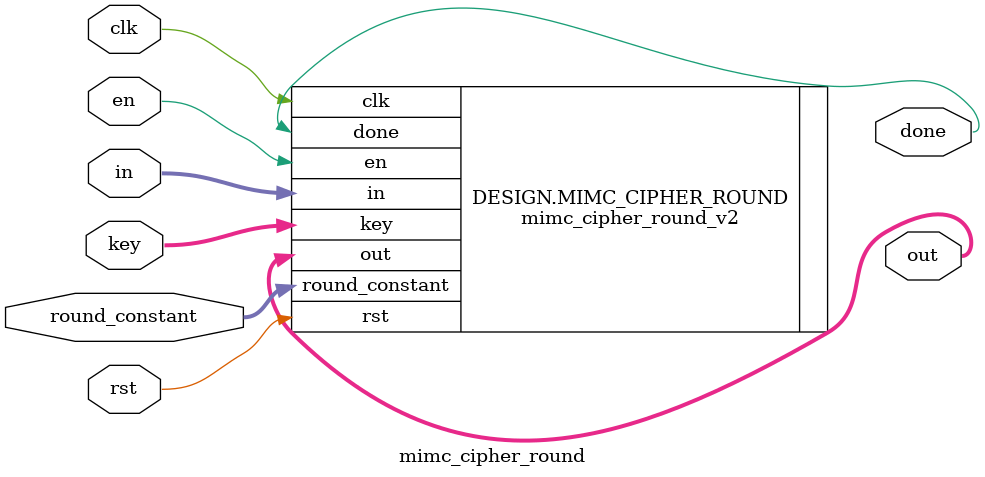
<source format=v>



// Use `MIMC_CIPHER_ROUND_METHOD` parameter to select which MiMC round hardware method is used.
// Only the following values of MIMC_CIPHER_ROUND_METHOD are valid:
//     - "v1"
//     - "v2"

// Refer to file `galois_mult.v` for explanation of parameter `GALOIS_MULT_METHOD`.
// Refer to file `galois_pow_7.v` for explanation of parameter `GALOIS_POW_7_METHOD`.

module mimc_cipher_round #(
	parameter N_BITS = 254,
	parameter GALOIS_MULT_METHOD = "peasant",
	parameter GALOIS_POW_7_METHOD = "parallel",
	parameter MIMC_CIPHER_ROUND_METHOD = "v2"
) (
	input clk,
	input rst,
	input en,
	input  [N_BITS-1:0] in,
	input  [N_BITS-1:0] round_constant,
	input  [N_BITS-1:0] key,
	output [N_BITS-1:0] out,
	output done
);

generate
	case (MIMC_CIPHER_ROUND_METHOD)
		"v1": begin : DESIGN
			mimc_cipher_round_v1 #(
				.N_BITS(N_BITS),
				.GALOIS_MULT_METHOD(GALOIS_MULT_METHOD),
				.GALOIS_POW_7_METHOD(GALOIS_POW_7_METHOD)
			) MIMC_CIPHER_ROUND (
				.clk(clk),
				.rst(rst),
				.en(en),
				.in(in),
				.round_constant(round_constant),
				.key(key),
				.out(out),
				.done(done)
			);
		end

		"v2": begin : DESIGN
			mimc_cipher_round_v2 #(
				.N_BITS(N_BITS),
				.GALOIS_MULT_METHOD(GALOIS_MULT_METHOD),
				.GALOIS_POW_7_METHOD(GALOIS_POW_7_METHOD)
			) MIMC_CIPHER_ROUND (
				.clk(clk),
				.rst(rst),
				.en(en),
				.in(in),
				.round_constant(round_constant),
				.key(key),
				.out(out),
				.done(done)
			);
		end

		default: begin: DESIGN
			initial $display("[WARNING] using MIMC_CIPHER_ROUND_METHOD=\"v2\" by default");
			mimc_cipher_round_v2 #(
				.N_BITS(N_BITS),
				.GALOIS_MULT_METHOD(GALOIS_MULT_METHOD),
				.GALOIS_POW_7_METHOD(GALOIS_POW_7_METHOD)
			) MIMC_CIPHER_ROUND (
				.clk(clk),
				.rst(rst),
				.en(en),
				.in(in),
				.round_constant(round_constant),
				.key(key),
				.out(out),
				.done(done)
			);
		end
	endcase
endgenerate

endmodule

</source>
